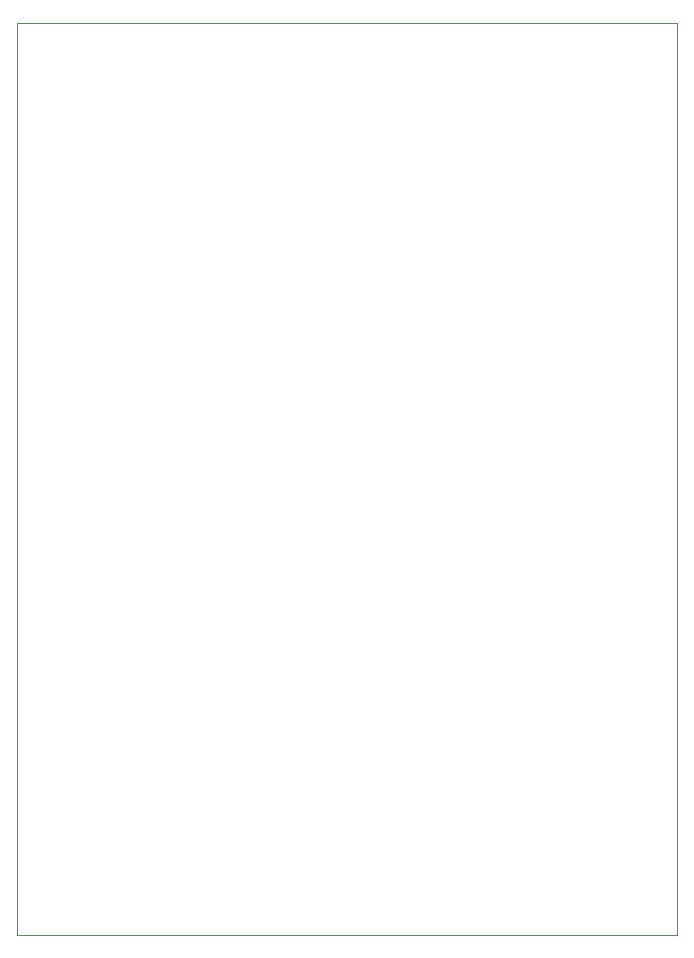
<source format=gm1>
G04 #@! TF.GenerationSoftware,KiCad,Pcbnew,(6.0.4-0)*
G04 #@! TF.CreationDate,2022-04-11T20:22:25+02:00*
G04 #@! TF.ProjectId,Controller,436f6e74-726f-46c6-9c65-722e6b696361,v1.0.0*
G04 #@! TF.SameCoordinates,Original*
G04 #@! TF.FileFunction,Profile,NP*
%FSLAX46Y46*%
G04 Gerber Fmt 4.6, Leading zero omitted, Abs format (unit mm)*
G04 Created by KiCad (PCBNEW (6.0.4-0)) date 2022-04-11 20:22:25*
%MOMM*%
%LPD*%
G01*
G04 APERTURE LIST*
G04 #@! TA.AperFunction,Profile*
%ADD10C,0.100000*%
G04 #@! TD*
G04 APERTURE END LIST*
D10*
X172720000Y-57460000D02*
X116840000Y-57460000D01*
X116840000Y-57460000D02*
X116840000Y-134620000D01*
X116840000Y-134620000D02*
X172720000Y-134620000D01*
X172720000Y-134620000D02*
X172720000Y-57460000D01*
M02*

</source>
